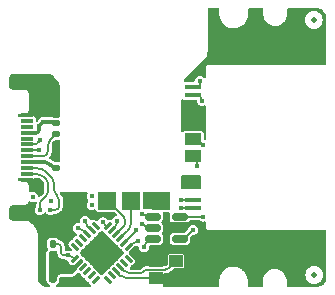
<source format=gbr>
%TF.GenerationSoftware,KiCad,Pcbnew,8.0.8*%
%TF.CreationDate,2025-02-21T00:18:54+11:00*%
%TF.ProjectId,FrameworkDongleHiderRetrofit,4672616d-6577-46f7-926b-446f6e676c65,rev?*%
%TF.SameCoordinates,Original*%
%TF.FileFunction,Copper,L1,Top*%
%TF.FilePolarity,Positive*%
%FSLAX46Y46*%
G04 Gerber Fmt 4.6, Leading zero omitted, Abs format (unit mm)*
G04 Created by KiCad (PCBNEW 8.0.8) date 2025-02-21 00:18:54*
%MOMM*%
%LPD*%
G01*
G04 APERTURE LIST*
G04 Aperture macros list*
%AMRoundRect*
0 Rectangle with rounded corners*
0 $1 Rounding radius*
0 $2 $3 $4 $5 $6 $7 $8 $9 X,Y pos of 4 corners*
0 Add a 4 corners polygon primitive as box body*
4,1,4,$2,$3,$4,$5,$6,$7,$8,$9,$2,$3,0*
0 Add four circle primitives for the rounded corners*
1,1,$1+$1,$2,$3*
1,1,$1+$1,$4,$5*
1,1,$1+$1,$6,$7*
1,1,$1+$1,$8,$9*
0 Add four rect primitives between the rounded corners*
20,1,$1+$1,$2,$3,$4,$5,0*
20,1,$1+$1,$4,$5,$6,$7,0*
20,1,$1+$1,$6,$7,$8,$9,0*
20,1,$1+$1,$8,$9,$2,$3,0*%
%AMRotRect*
0 Rectangle, with rotation*
0 The origin of the aperture is its center*
0 $1 length*
0 $2 width*
0 $3 Rotation angle, in degrees counterclockwise*
0 Add horizontal line*
21,1,$1,$2,0,0,$3*%
G04 Aperture macros list end*
%TA.AperFunction,SMDPad,CuDef*%
%ADD10RoundRect,0.140000X0.140000X0.170000X-0.140000X0.170000X-0.140000X-0.170000X0.140000X-0.170000X0*%
%TD*%
%TA.AperFunction,SMDPad,CuDef*%
%ADD11RoundRect,0.140000X0.170000X-0.140000X0.170000X0.140000X-0.170000X0.140000X-0.170000X-0.140000X0*%
%TD*%
%TA.AperFunction,SMDPad,CuDef*%
%ADD12R,1.150000X1.000000*%
%TD*%
%TA.AperFunction,SMDPad,CuDef*%
%ADD13R,1.500000X1.500000*%
%TD*%
%TA.AperFunction,SMDPad,CuDef*%
%ADD14RoundRect,0.150000X0.512500X0.150000X-0.512500X0.150000X-0.512500X-0.150000X0.512500X-0.150000X0*%
%TD*%
%TA.AperFunction,SMDPad,CuDef*%
%ADD15RoundRect,0.062500X0.291682X-0.203293X-0.203293X0.291682X-0.291682X0.203293X0.203293X-0.291682X0*%
%TD*%
%TA.AperFunction,SMDPad,CuDef*%
%ADD16RoundRect,0.062500X0.291682X0.203293X0.203293X0.291682X-0.291682X-0.203293X-0.203293X-0.291682X0*%
%TD*%
%TA.AperFunction,HeatsinkPad*%
%ADD17RotRect,2.700000X2.700000X135.000000*%
%TD*%
%TA.AperFunction,SMDPad,CuDef*%
%ADD18R,1.000000X0.380000*%
%TD*%
%TA.AperFunction,SMDPad,CuDef*%
%ADD19R,1.150000X0.700000*%
%TD*%
%TA.AperFunction,SMDPad,CuDef*%
%ADD20C,0.500000*%
%TD*%
%TA.AperFunction,SMDPad,CuDef*%
%ADD21R,1.400000X1.000000*%
%TD*%
%TA.AperFunction,SMDPad,CuDef*%
%ADD22R,1.400000X0.450000*%
%TD*%
%TA.AperFunction,SMDPad,CuDef*%
%ADD23R,1.400000X0.455000*%
%TD*%
%TA.AperFunction,ComponentPad*%
%ADD24O,2.500000X1.300000*%
%TD*%
%TA.AperFunction,SMDPad,CuDef*%
%ADD25RoundRect,0.135000X-0.185000X0.135000X-0.185000X-0.135000X0.185000X-0.135000X0.185000X0.135000X0*%
%TD*%
%TA.AperFunction,ViaPad*%
%ADD26C,0.450000*%
%TD*%
%TA.AperFunction,Conductor*%
%ADD27C,0.380000*%
%TD*%
%TA.AperFunction,Conductor*%
%ADD28C,0.200000*%
%TD*%
%TA.AperFunction,Conductor*%
%ADD29C,0.600000*%
%TD*%
G04 APERTURE END LIST*
D10*
%TO.P,C6,1*%
%TO.N,Net-(U1-VDD33)*%
X139457500Y-110860000D03*
%TO.P,C6,2*%
%TO.N,GND*%
X138497500Y-110860000D03*
%TD*%
D11*
%TO.P,C2,1*%
%TO.N,VBUS*%
X139717500Y-99710000D03*
%TO.P,C2,2*%
%TO.N,GND*%
X139717500Y-98750000D03*
%TD*%
D10*
%TO.P,C5,1*%
%TO.N,VBUS*%
X139457500Y-109890000D03*
%TO.P,C5,2*%
%TO.N,GND*%
X138497500Y-109890000D03*
%TD*%
D12*
%TO.P,Y1,1,1*%
%TO.N,Net-(U1-XI)*%
X149927500Y-111390000D03*
%TO.P,Y1,2,2*%
%TO.N,GND*%
X148177500Y-111390000D03*
%TO.P,Y1,3,3*%
%TO.N,Net-(U1-XO)*%
X148177500Y-112790000D03*
%TO.P,Y1,4,4*%
%TO.N,GND*%
X149927500Y-112790000D03*
%TD*%
D13*
%TO.P,USB1,1,Pin_1*%
%TO.N,VBUS*%
X148602500Y-106240000D03*
%TO.P,USB1,2,Pin_2*%
%TO.N,Net-(U1-DM2-)*%
X146102500Y-106240000D03*
%TO.P,USB1,3,Pin_3*%
%TO.N,Net-(U1-DP2+)*%
X144102500Y-106240000D03*
%TO.P,USB1,4,Pin_4*%
%TO.N,GND*%
X141602500Y-106240000D03*
%TD*%
D10*
%TO.P,C7,1*%
%TO.N,Net-(U1-VDD33)*%
X139457500Y-111830000D03*
%TO.P,C7,2*%
%TO.N,GND*%
X138497500Y-111830000D03*
%TD*%
D14*
%TO.P,U2,1,I/O1*%
%TO.N,Net-(J3-D-)*%
X150227500Y-109490000D03*
%TO.P,U2,2,GND*%
%TO.N,GND*%
X150227500Y-108540000D03*
%TO.P,U2,3,I/O2*%
%TO.N,Net-(J3-D+)*%
X150227500Y-107590000D03*
%TO.P,U2,4,I/O2*%
%TO.N,Net-(U1-DP1+)*%
X147952500Y-107590000D03*
%TO.P,U2,5,VBUS*%
%TO.N,VBUS*%
X147952500Y-108540000D03*
%TO.P,U2,6,I/O1*%
%TO.N,Net-(U1-DM1-)*%
X147952500Y-109490000D03*
%TD*%
D15*
%TO.P,U1,1,~{OVCUR}*%
%TO.N,unconnected-(U1-~{OVCUR}-Pad1)*%
X144127500Y-112933162D03*
%TO.P,U1,2,NC*%
%TO.N,unconnected-(U1-NC-Pad2)*%
X144481053Y-112579608D03*
%TO.P,U1,3,XO*%
%TO.N,Net-(U1-XO)*%
X144834606Y-112226055D03*
%TO.P,U1,4,XI*%
%TO.N,Net-(U1-XI)*%
X145188160Y-111872501D03*
%TO.P,U1,5,DM4-*%
%TO.N,unconnected-(U1-DM4--Pad5)*%
X145541713Y-111518948D03*
%TO.P,U1,6,DP4+*%
%TO.N,unconnected-(U1-DP4+-Pad6)*%
X145895267Y-111165395D03*
D16*
%TO.P,U1,7,DM3-*%
%TO.N,Net-(U1-DM3-)*%
X145895267Y-110157767D03*
%TO.P,U1,8,DP3+*%
%TO.N,Net-(U1-DP3+)*%
X145541713Y-109804214D03*
%TO.P,U1,9,DM2-*%
%TO.N,Net-(U1-DM2-)*%
X145188160Y-109450661D03*
%TO.P,U1,10,DP2+*%
%TO.N,Net-(U1-DP2+)*%
X144834606Y-109097107D03*
%TO.P,U1,11,DM1-*%
%TO.N,Net-(U1-DM1-)*%
X144481053Y-108743554D03*
%TO.P,U1,12,DP1+*%
%TO.N,Net-(U1-DP1+)*%
X144127500Y-108390000D03*
D15*
%TO.P,U1,13,LED3/SCL*%
%TO.N,unconnected-(U1-LED3{slash}SCL-Pad13)*%
X143119872Y-108390000D03*
%TO.P,U1,14,DMU-*%
%TO.N,Net-(P1-D-)*%
X142766319Y-108743554D03*
%TO.P,U1,15,DPU+*%
%TO.N,Net-(P1-D+)*%
X142412766Y-109097107D03*
%TO.P,U1,16,~{RESET}/CDP*%
%TO.N,unconnected-(U1-~{RESET}{slash}CDP-Pad16)*%
X142059212Y-109450661D03*
%TO.P,U1,17,NC*%
%TO.N,unconnected-(U1-NC-Pad17)*%
X141705659Y-109804214D03*
%TO.P,U1,18,PSELF*%
%TO.N,unconnected-(U1-PSELF-Pad18)*%
X141352105Y-110157767D03*
D16*
%TO.P,U1,19,V5*%
%TO.N,VBUS*%
X141352105Y-111165395D03*
%TO.P,U1,20,VDD33*%
%TO.N,Net-(U1-VDD33)*%
X141705659Y-111518948D03*
%TO.P,U1,21,LED4/SDA*%
%TO.N,unconnected-(U1-LED4{slash}SDA-Pad21)*%
X142059212Y-111872501D03*
%TO.P,U1,22,LED1*%
%TO.N,unconnected-(U1-LED1-Pad22)*%
X142412766Y-112226055D03*
%TO.P,U1,23,LED2*%
%TO.N,unconnected-(U1-LED2-Pad23)*%
X142766319Y-112579608D03*
%TO.P,U1,24,~{PWREN}*%
%TO.N,unconnected-(U1-~{PWREN}-Pad24)*%
X143119872Y-112933162D03*
D17*
%TO.P,U1,25,GND*%
%TO.N,GND*%
X143623686Y-110661581D03*
%TD*%
D18*
%TO.P,P1,A1,GND*%
%TO.N,GND*%
X137327500Y-104490000D03*
%TO.P,P1,A2,TX1+*%
%TO.N,TX+*%
X137327500Y-103990000D03*
%TO.P,P1,A3,TX1-*%
%TO.N,TX-*%
X137327500Y-103490000D03*
%TO.P,P1,A4,VBUS*%
%TO.N,VBUS*%
X137327500Y-102990000D03*
%TO.P,P1,A5,CC*%
%TO.N,Net-(P1-CC)*%
X137327500Y-102490000D03*
%TO.P,P1,A6,D+*%
%TO.N,Net-(P1-D+)*%
X137327500Y-101990000D03*
%TO.P,P1,A7,D-*%
%TO.N,Net-(P1-D-)*%
X137327500Y-101490000D03*
%TO.P,P1,A8,SBU1*%
%TO.N,unconnected-(P1-SBU1-PadA8)*%
X137327500Y-100990000D03*
%TO.P,P1,A9,VBUS*%
%TO.N,VBUS*%
X137327500Y-100490000D03*
%TO.P,P1,A10,RX2-*%
%TO.N,unconnected-(P1-RX2--PadA10)*%
X137327500Y-99990000D03*
%TO.P,P1,A11,RX2+*%
%TO.N,unconnected-(P1-RX2+-PadA11)*%
X137327500Y-99490000D03*
%TO.P,P1,A12,GND*%
%TO.N,GND*%
X137327500Y-98990000D03*
D19*
%TO.P,P1,S1,SHIELD*%
X138167500Y-105160000D03*
%TD*%
D20*
%TO.P,REF\u002A\u002A,*%
%TO.N,*%
X161577500Y-90940000D03*
%TD*%
D21*
%TO.P,J3,1,VBUS*%
%TO.N,VBUS*%
X151347500Y-104750000D03*
%TO.P,J3,2,D-*%
%TO.N,Net-(J3-D-)*%
X151347500Y-102450000D03*
%TO.P,J3,3,D+*%
%TO.N,Net-(J3-D+)*%
X151347500Y-101050000D03*
%TO.P,J3,4,GND*%
%TO.N,GND*%
X151347500Y-98750000D03*
D22*
%TO.P,J3,5,SSRX-*%
%TO.N,RX-*%
X151347500Y-96610000D03*
%TO.P,J3,6,SSRX+*%
%TO.N,RX+*%
X151347500Y-97310000D03*
%TO.P,J3,8,SSTX-*%
%TO.N,TX-*%
X151347500Y-106190000D03*
D23*
%TO.P,J3,9,SSTX+*%
%TO.N,TX+*%
X151347500Y-106877500D03*
D24*
%TO.P,J3,10,SHIELD*%
%TO.N,GND*%
X152447500Y-109700000D03*
%TO.P,J3,11,SHIELD*%
X157947500Y-109700000D03*
%TO.P,J3,12,SHIELD*%
X157947500Y-93800000D03*
%TD*%
D20*
%TO.P,REF\u002A\u002A,*%
%TO.N,*%
X161627500Y-112540000D03*
%TD*%
D25*
%TO.P,R1,1*%
%TO.N,Net-(P1-CC)*%
X139717500Y-100600000D03*
%TO.P,R1,2*%
%TO.N,GND*%
X139717500Y-101620000D03*
%TD*%
D11*
%TO.P,C1,1*%
%TO.N,VBUS*%
X139727500Y-103470000D03*
%TO.P,C1,2*%
%TO.N,GND*%
X139727500Y-102510000D03*
%TD*%
D10*
%TO.P,C8,1*%
%TO.N,Net-(U1-VDD33)*%
X139457500Y-112800000D03*
%TO.P,C8,2*%
%TO.N,GND*%
X138497500Y-112800000D03*
%TD*%
D26*
%TO.N,GND*%
X154777500Y-111390000D03*
X156227500Y-112290000D03*
X153127500Y-113090000D03*
X155677500Y-111690000D03*
X156427500Y-113090000D03*
X153327500Y-112290000D03*
X153877500Y-111690000D03*
X156227500Y-91190000D03*
X155677500Y-91790000D03*
X156427500Y-90390000D03*
X153127500Y-90390000D03*
X153327500Y-91190000D03*
X153877500Y-91790000D03*
X154777500Y-92090000D03*
X142827500Y-107390000D03*
X139727500Y-97940000D03*
%TO.N,VBUS*%
X138427500Y-102990000D03*
X150527500Y-104990000D03*
X140777500Y-110890000D03*
X150527500Y-104390000D03*
X150527500Y-104390000D03*
X147027500Y-108190000D03*
X142777500Y-106640000D03*
X142777500Y-105890000D03*
X147427500Y-106540000D03*
X150527500Y-104990000D03*
X138677500Y-99590000D03*
X138327500Y-99940000D03*
%TO.N,GND*%
X149827500Y-110390000D03*
X142827500Y-111190000D03*
X138077500Y-104540000D03*
X152477500Y-111240000D03*
X144427500Y-111190000D03*
X139737500Y-102090000D03*
X150677500Y-99690000D03*
X149127500Y-108140000D03*
X143627500Y-110490000D03*
X149127500Y-109040000D03*
X136077500Y-95840000D03*
X136777500Y-95840000D03*
X136777500Y-106940000D03*
X136077500Y-107640000D03*
X151477500Y-111240000D03*
X140427500Y-113090000D03*
X143627500Y-111890000D03*
X136077500Y-96540000D03*
X136077500Y-106940000D03*
X136777500Y-96540000D03*
X140327500Y-107990000D03*
X136777500Y-107640000D03*
X150677500Y-97960002D03*
%TO.N,RX+*%
X152127500Y-97790000D03*
X137777500Y-105940000D03*
%TO.N,Net-(P1-D+)*%
X138327500Y-101965000D03*
X141627500Y-108590000D03*
%TO.N,RX-*%
X151927500Y-96090000D03*
X139327500Y-106290000D03*
%TO.N,TX+*%
X138377500Y-107040000D03*
X150377500Y-106865000D03*
%TO.N,Net-(P1-D-)*%
X138427500Y-101090000D03*
X142227500Y-107990000D03*
%TO.N,TX-*%
X139277500Y-107040000D03*
X150377500Y-106190000D03*
%TO.N,Net-(U1-DP1+)*%
X143727500Y-108090000D03*
X147066646Y-107357107D03*
%TO.N,Net-(U1-DP3+)*%
X146561584Y-108768290D03*
%TO.N,Net-(U1-DM1-)*%
X147227500Y-110190000D03*
X144927500Y-107940000D03*
%TO.N,Net-(U1-DM3-)*%
X146677500Y-109690000D03*
%TO.N,Net-(J3-D+)*%
X152232500Y-101567377D03*
X152227500Y-107590000D03*
%TO.N,Net-(J3-D-)*%
X151727500Y-103290000D03*
X151327500Y-108740000D03*
%TD*%
D27*
%TO.N,VBUS*%
X137327500Y-100490000D02*
X138077500Y-100490000D01*
D28*
X140177500Y-110640000D02*
X140177500Y-110190000D01*
D27*
X138327500Y-99940000D02*
X138677500Y-99590000D01*
X138428545Y-102991045D02*
X138861810Y-102991045D01*
X138677500Y-99590000D02*
X139427795Y-99590000D01*
X139277500Y-103190000D02*
X139437291Y-103349791D01*
X138327500Y-100240000D02*
X138327500Y-99940000D01*
D28*
X140777500Y-110890000D02*
X140427500Y-110890000D01*
X139877500Y-109890000D02*
X139457500Y-109890000D01*
D27*
X137327500Y-102990000D02*
X138427500Y-102990000D01*
D28*
X147872474Y-108540000D02*
X147952500Y-108540000D01*
X141288284Y-111101573D02*
X141352105Y-111165395D01*
D27*
X138427500Y-102990000D02*
X138428545Y-102991045D01*
X138861810Y-102991045D02*
G75*
G02*
X139277512Y-103189988I-78710J-698255D01*
G01*
X139427795Y-99590000D02*
G75*
G02*
X139717502Y-99709998I5J-409700D01*
G01*
D28*
X147027500Y-108190000D02*
G75*
G03*
X147872474Y-108540010I845000J845000D01*
G01*
D27*
X138077500Y-100490000D02*
G75*
G03*
X138327500Y-100240000I0J250000D01*
G01*
D28*
X140427500Y-110890000D02*
G75*
G02*
X140177500Y-110640000I0J250000D01*
G01*
X140177500Y-110190000D02*
G75*
G03*
X139877500Y-109890000I-300000J0D01*
G01*
D27*
X139437291Y-103349791D02*
G75*
G03*
X139727500Y-103470005I290209J290191D01*
G01*
D28*
X140777500Y-110890000D02*
G75*
G02*
X141288292Y-111101565I0J-722400D01*
G01*
D29*
%TO.N,GND*%
X139737500Y-102470000D02*
X139727500Y-102470000D01*
X139737500Y-101668284D02*
X139737500Y-102470000D01*
X139717500Y-101620000D02*
X139717500Y-101632036D01*
X139717500Y-101632036D02*
X139739723Y-101654259D01*
X139739723Y-101654259D02*
G75*
G03*
X139737509Y-101668282I16177J-9741D01*
G01*
D28*
%TO.N,RX+*%
X151347500Y-97310000D02*
X151647500Y-97310000D01*
X151647500Y-97310000D02*
G75*
G02*
X152127500Y-97790000I0J-480000D01*
G01*
%TO.N,Net-(P1-D+)*%
X137327500Y-101990000D02*
X138302500Y-101990000D01*
X142412766Y-109097107D02*
X142102348Y-108786689D01*
X138302500Y-101990000D02*
G75*
G03*
X138327500Y-101965000I0J25000D01*
G01*
X142102348Y-108786689D02*
G75*
G03*
X141627500Y-108589990I-474848J-474811D01*
G01*
%TO.N,RX-*%
X151927500Y-96610000D02*
X151927500Y-96090000D01*
X151347500Y-96610000D02*
X151927500Y-96610000D01*
%TO.N,TX+*%
X150377500Y-106865000D02*
X150390000Y-106877500D01*
X139077500Y-105490000D02*
X139077500Y-104802132D01*
X138927500Y-104440000D02*
X138696955Y-104209455D01*
X138377500Y-107040000D02*
X138377500Y-106693553D01*
X138627500Y-106090000D02*
X138971434Y-105746066D01*
X150390000Y-106877500D02*
X151347500Y-106877500D01*
X138227500Y-104015000D02*
X137363713Y-104015000D01*
X138971434Y-105746066D02*
G75*
G03*
X139077509Y-105490000I-256034J256066D01*
G01*
X138696955Y-104209455D02*
G75*
G03*
X138227500Y-104014997I-469455J-469445D01*
G01*
X138377500Y-106693553D02*
G75*
G02*
X138627514Y-106090014I853600J-47D01*
G01*
X139077500Y-104802132D02*
G75*
G03*
X138927509Y-104439991I-512100J32D01*
G01*
X137363713Y-104015000D02*
G75*
G02*
X137327496Y-104000004I-13J51200D01*
G01*
%TO.N,Net-(P1-D-)*%
X137327500Y-101490000D02*
X137936079Y-101490000D01*
X142766319Y-108743554D02*
X142379341Y-108356576D01*
X138177500Y-101390000D02*
X138392144Y-101175356D01*
X142379341Y-108356576D02*
G75*
G02*
X142227495Y-107990000I366559J366576D01*
G01*
X137936079Y-101490000D02*
G75*
G03*
X138177506Y-101390006I21J341400D01*
G01*
X138392144Y-101175356D02*
G75*
G03*
X138427503Y-101090000I-85344J85356D01*
G01*
%TO.N,Net-(P1-CC)*%
X138627500Y-102490000D02*
X137327500Y-102490000D01*
X139717500Y-100600000D02*
X139289633Y-101027867D01*
X139077500Y-101540000D02*
X139077500Y-102040000D01*
X139289633Y-101027867D02*
G75*
G03*
X139077511Y-101540000I512167J-512133D01*
G01*
X139077500Y-102040000D02*
G75*
G02*
X138627500Y-102490000I-450000J0D01*
G01*
%TO.N,TX-*%
X137327500Y-103490000D02*
X138061815Y-103490000D01*
X140027500Y-106272842D02*
X140027500Y-106690000D01*
X139577500Y-104890000D02*
X139577500Y-105186447D01*
X150377500Y-106190000D02*
X151347500Y-106190000D01*
X139027500Y-103890000D02*
X139259302Y-104121802D01*
X139677500Y-107040000D02*
X139277500Y-107040000D01*
X140027500Y-106690000D02*
G75*
G02*
X139677500Y-107040000I-350000J0D01*
G01*
X139577500Y-105186447D02*
G75*
G03*
X139827514Y-105789986I853600J47D01*
G01*
X139827500Y-105790000D02*
G75*
G02*
X140027482Y-106272842I-482800J-482800D01*
G01*
X139259302Y-104121802D02*
G75*
G02*
X139577499Y-104890000I-768202J-768198D01*
G01*
X138061815Y-103490000D02*
G75*
G02*
X139027496Y-103890004I-15J-1365700D01*
G01*
%TO.N,Net-(U1-DP1+)*%
X143727500Y-108090000D02*
X144027500Y-108390000D01*
X144027500Y-108390000D02*
X144127500Y-108390000D01*
X147628899Y-107590000D02*
X147952500Y-107590000D01*
X147066646Y-107357107D02*
G75*
G03*
X147628899Y-107590014I562254J562207D01*
G01*
%TO.N,Net-(U1-DP3+)*%
X145541713Y-109804214D02*
X146550233Y-108795694D01*
X146550233Y-108795694D02*
G75*
G03*
X146561569Y-108768290I-27433J27394D01*
G01*
%TO.N,Net-(U1-XO)*%
X148177500Y-112790000D02*
X145681978Y-112790000D01*
X144834606Y-112226055D02*
X145198113Y-112589573D01*
X145681978Y-112790000D02*
G75*
G02*
X145198120Y-112589566I22J684300D01*
G01*
%TO.N,Net-(U1-DM1-)*%
X147927500Y-109490000D02*
X147952500Y-109490000D01*
X144481053Y-108743554D02*
X144674987Y-108549620D01*
X147227500Y-110190000D02*
G75*
G02*
X147927500Y-109490000I700000J0D01*
G01*
X144674987Y-108549620D02*
G75*
G03*
X144927510Y-107940000I-609587J609620D01*
G01*
%TO.N,Net-(U1-XI)*%
X147140799Y-112280938D02*
X147274066Y-112147671D01*
X145188160Y-111872501D02*
X145478083Y-112162424D01*
X146027500Y-112390000D02*
X146877500Y-112390000D01*
X149377500Y-111890000D02*
X149842144Y-111425355D01*
X147477500Y-112090000D02*
X148977500Y-112090000D01*
X149318922Y-111948578D02*
X149377500Y-111890000D01*
X149842144Y-111425355D02*
G75*
G02*
X149927500Y-111389996I85356J-85345D01*
G01*
X148977500Y-112090000D02*
G75*
G03*
X149318913Y-111948569I0J482800D01*
G01*
X146877500Y-112390000D02*
G75*
G03*
X147140807Y-112280946I0J372400D01*
G01*
X145478083Y-112162424D02*
G75*
G03*
X146027500Y-112389998I549417J549424D01*
G01*
X147274066Y-112147671D02*
G75*
G02*
X147477501Y-112090027I211334J-358029D01*
G01*
%TO.N,Net-(U1-DM3-)*%
X146140673Y-109912361D02*
X145895267Y-110157767D01*
X146677500Y-109690000D02*
G75*
G03*
X146140671Y-109912359I0J-759200D01*
G01*
%TO.N,Net-(U1-DM2-)*%
X146102500Y-106240000D02*
X146102500Y-108108925D01*
X145188160Y-109450661D02*
X145800284Y-108838537D01*
X146102500Y-108108925D02*
G75*
G02*
X145800266Y-108838519I-1031800J25D01*
G01*
%TO.N,Net-(U1-DP2+)*%
X144834606Y-109097107D02*
X145511384Y-108420329D01*
X145448607Y-107511107D02*
X144230533Y-106293033D01*
X145627500Y-108140000D02*
X145627500Y-107942992D01*
X145627500Y-107942992D02*
G75*
G03*
X145448608Y-107511106I-610800J-8D01*
G01*
X144230533Y-106293033D02*
G75*
G03*
X144102500Y-106240010I-128033J-128067D01*
G01*
X145511384Y-108420329D02*
G75*
G03*
X145627513Y-108140000I-280284J280329D01*
G01*
%TO.N,Net-(J3-D+)*%
X151715123Y-101050000D02*
X151347500Y-101050000D01*
X152232500Y-101567377D02*
X151715123Y-101050000D01*
X152210664Y-107606836D02*
X150237991Y-107606836D01*
X152227500Y-107590000D02*
X152210664Y-107606836D01*
X150237991Y-107606836D02*
G75*
G02*
X150227479Y-107590003I12709J19636D01*
G01*
%TO.N,Net-(J3-D-)*%
X151727500Y-102830000D02*
X151347500Y-102450000D01*
X151327500Y-108740000D02*
X151325342Y-108745210D01*
X151325342Y-108745210D02*
X150830198Y-109240354D01*
X151727500Y-103290000D02*
X151727500Y-102830000D01*
X150830198Y-109240354D02*
G75*
G02*
X150227500Y-109490013I-602698J602654D01*
G01*
%TD*%
%TA.AperFunction,Conductor*%
%TO.N,VBUS*%
G36*
X149320481Y-105530645D02*
G01*
X149366265Y-105583423D01*
X149377500Y-105634998D01*
X149377500Y-106866000D01*
X149357815Y-106933039D01*
X149305011Y-106978794D01*
X149253500Y-106990000D01*
X147313173Y-106990000D01*
X147256879Y-106976485D01*
X147199770Y-106947387D01*
X147182099Y-106944588D01*
X147118965Y-106914657D01*
X147082035Y-106855344D01*
X147077500Y-106822115D01*
X147077500Y-105636157D01*
X147097185Y-105569118D01*
X147149989Y-105523363D01*
X147201429Y-105512157D01*
X149253432Y-105510998D01*
X149320481Y-105530645D01*
G37*
%TD.AperFunction*%
%TD*%
%TA.AperFunction,Conductor*%
%TO.N,VBUS*%
G36*
X151986691Y-104108907D02*
G01*
X152022655Y-104158407D01*
X152027500Y-104189000D01*
X152027500Y-105191000D01*
X152008593Y-105249191D01*
X151959093Y-105285155D01*
X151928500Y-105290000D01*
X150436984Y-105290000D01*
X150378793Y-105271093D01*
X150342829Y-105221593D01*
X150337984Y-105191013D01*
X150337857Y-104189013D01*
X150356757Y-104130819D01*
X150406252Y-104094849D01*
X150436857Y-104090000D01*
X151928500Y-104090000D01*
X151986691Y-104108907D01*
G37*
%TD.AperFunction*%
%TD*%
%TA.AperFunction,Conductor*%
%TO.N,GND*%
G36*
X142387660Y-105533782D02*
G01*
X142423652Y-105583262D01*
X142423687Y-105644447D01*
X142417725Y-105658853D01*
X142367781Y-105756874D01*
X142346696Y-105889999D01*
X142346696Y-105890000D01*
X142367781Y-106023127D01*
X142367782Y-106023129D01*
X142428970Y-106143217D01*
X142428972Y-106143220D01*
X142480750Y-106194998D01*
X142508526Y-106249513D01*
X142498955Y-106309945D01*
X142480751Y-106335000D01*
X142453837Y-106361915D01*
X142428970Y-106386782D01*
X142367782Y-106506870D01*
X142367781Y-106506872D01*
X142346696Y-106639999D01*
X142346696Y-106640000D01*
X142367781Y-106773127D01*
X142367782Y-106773129D01*
X142415831Y-106867430D01*
X142428972Y-106893220D01*
X142524280Y-106988528D01*
X142644374Y-107049719D01*
X142777500Y-107070804D01*
X142910626Y-107049719D01*
X143020480Y-106993745D01*
X143080909Y-106984174D01*
X143135426Y-107011951D01*
X143162520Y-107062636D01*
X143163632Y-107068228D01*
X143163634Y-107068233D01*
X143178808Y-107090942D01*
X143207948Y-107134552D01*
X143274269Y-107178867D01*
X143318731Y-107187711D01*
X143332741Y-107190498D01*
X143332746Y-107190498D01*
X143332752Y-107190500D01*
X144662021Y-107190500D01*
X144720212Y-107209407D01*
X144732025Y-107219496D01*
X144871451Y-107358922D01*
X144899228Y-107413439D01*
X144889657Y-107473871D01*
X144846392Y-107517136D01*
X144816937Y-107526707D01*
X144794371Y-107530281D01*
X144794370Y-107530282D01*
X144674282Y-107591470D01*
X144578971Y-107686781D01*
X144523818Y-107795023D01*
X144480553Y-107838287D01*
X144420121Y-107847858D01*
X144416323Y-107847180D01*
X144330793Y-107830167D01*
X144228176Y-107850579D01*
X144228174Y-107850579D01*
X144228174Y-107850580D01*
X144228170Y-107850581D01*
X144211642Y-107861625D01*
X144152753Y-107878232D01*
X144095350Y-107857052D01*
X144076552Y-107837500D01*
X144076033Y-107836786D01*
X144076029Y-107836782D01*
X144076028Y-107836780D01*
X143980720Y-107741472D01*
X143980717Y-107741470D01*
X143860629Y-107680282D01*
X143860627Y-107680281D01*
X143727500Y-107659196D01*
X143594372Y-107680281D01*
X143594370Y-107680282D01*
X143474282Y-107741470D01*
X143378971Y-107836781D01*
X143322020Y-107948552D01*
X143278755Y-107991816D01*
X143218323Y-108001387D01*
X143163807Y-107973610D01*
X143084232Y-107894035D01*
X143019197Y-107850579D01*
X142967887Y-107840373D01*
X142916579Y-107830167D01*
X142916578Y-107830167D01*
X142813961Y-107850578D01*
X142772346Y-107878384D01*
X142713457Y-107894991D01*
X142656054Y-107873812D01*
X142629138Y-107841014D01*
X142576028Y-107736780D01*
X142480720Y-107641472D01*
X142480717Y-107641470D01*
X142360629Y-107580282D01*
X142360627Y-107580281D01*
X142227500Y-107559196D01*
X142094372Y-107580281D01*
X142094370Y-107580282D01*
X141974282Y-107641470D01*
X141878970Y-107736782D01*
X141817782Y-107856870D01*
X141817781Y-107856872D01*
X141796696Y-107989999D01*
X141796696Y-107990000D01*
X141807221Y-108056453D01*
X141797650Y-108116885D01*
X141754385Y-108160150D01*
X141693953Y-108169721D01*
X141627500Y-108159196D01*
X141494372Y-108180281D01*
X141494370Y-108180282D01*
X141374282Y-108241470D01*
X141278970Y-108336782D01*
X141217782Y-108456870D01*
X141217781Y-108456872D01*
X141196696Y-108589999D01*
X141196696Y-108590000D01*
X141217781Y-108723127D01*
X141217782Y-108723129D01*
X141268721Y-108823102D01*
X141278972Y-108843220D01*
X141374280Y-108938528D01*
X141374282Y-108938529D01*
X141486363Y-108995638D01*
X141529628Y-109038902D01*
X141539199Y-109099334D01*
X141523736Y-109138845D01*
X141519792Y-109144747D01*
X141519790Y-109144751D01*
X141512778Y-109180000D01*
X141482880Y-109233383D01*
X141434998Y-109257780D01*
X141399749Y-109264792D01*
X141399746Y-109264793D01*
X141334714Y-109308246D01*
X141334708Y-109308251D01*
X141209694Y-109433266D01*
X141166238Y-109498301D01*
X141166237Y-109498304D01*
X141159225Y-109533553D01*
X141129327Y-109586936D01*
X141081445Y-109611333D01*
X141046196Y-109618345D01*
X141046191Y-109618347D01*
X140981160Y-109661799D01*
X140981154Y-109661804D01*
X140856140Y-109786819D01*
X140812685Y-109851853D01*
X140812684Y-109851855D01*
X140793833Y-109946628D01*
X140792272Y-109954474D01*
X140812684Y-110057091D01*
X140812685Y-110057092D01*
X140812685Y-110057093D01*
X140856139Y-110122127D01*
X140856144Y-110122133D01*
X141087769Y-110353757D01*
X141115547Y-110408274D01*
X141105976Y-110468706D01*
X141062711Y-110511971D01*
X141002279Y-110521542D01*
X140972821Y-110511971D01*
X140968289Y-110509662D01*
X140910626Y-110480281D01*
X140777500Y-110459196D01*
X140644372Y-110480281D01*
X140621944Y-110491709D01*
X140561512Y-110501280D01*
X140506996Y-110473502D01*
X140479219Y-110418985D01*
X140478000Y-110403499D01*
X140478000Y-110122340D01*
X140447890Y-109990415D01*
X140447889Y-109990414D01*
X140447889Y-109990412D01*
X140389175Y-109868493D01*
X140304805Y-109762695D01*
X140199007Y-109678325D01*
X140077088Y-109619611D01*
X140077086Y-109619610D01*
X140077084Y-109619609D01*
X139955663Y-109591897D01*
X139903138Y-109560515D01*
X139887969Y-109537221D01*
X139880724Y-109521684D01*
X139795816Y-109436776D01*
X139795814Y-109436775D01*
X139795813Y-109436774D01*
X139697958Y-109391144D01*
X139686988Y-109386028D01*
X139670458Y-109383852D01*
X139637401Y-109379500D01*
X139637399Y-109379500D01*
X139277604Y-109379500D01*
X139277592Y-109379501D01*
X139228013Y-109386027D01*
X139228011Y-109386027D01*
X139119186Y-109436774D01*
X139034274Y-109521686D01*
X138983529Y-109630510D01*
X138983528Y-109630511D01*
X138977000Y-109680100D01*
X138977000Y-110099896D01*
X138977001Y-110099907D01*
X138983527Y-110149486D01*
X138983527Y-110149488D01*
X139034274Y-110258313D01*
X139034275Y-110258314D01*
X139034276Y-110258316D01*
X139058042Y-110282082D01*
X139085818Y-110336597D01*
X139076247Y-110397029D01*
X139058043Y-110422084D01*
X139041714Y-110438414D01*
X139041708Y-110438420D01*
X139041706Y-110438422D01*
X139016164Y-110469543D01*
X139016161Y-110469548D01*
X138989357Y-110509662D01*
X138970380Y-110545170D01*
X138970367Y-110545197D01*
X138951860Y-110589880D01*
X138951856Y-110589889D01*
X138940167Y-110628421D01*
X138940165Y-110628432D01*
X138928330Y-110687933D01*
X138925375Y-110707853D01*
X138925372Y-110707874D01*
X138923037Y-110731583D01*
X138922990Y-110732064D01*
X138922000Y-110752210D01*
X138922000Y-112927789D01*
X138922214Y-112932137D01*
X138922990Y-112947939D01*
X138925372Y-112972124D01*
X138925375Y-112972145D01*
X138928330Y-112992065D01*
X138940166Y-113051572D01*
X138951858Y-113090115D01*
X138970368Y-113134805D01*
X138970375Y-113134821D01*
X138989361Y-113170342D01*
X139011733Y-113203825D01*
X139016155Y-113210442D01*
X139041712Y-113241582D01*
X139075917Y-113275787D01*
X139075922Y-113275791D01*
X139075924Y-113275793D01*
X139107053Y-113301341D01*
X139107059Y-113301345D01*
X139147154Y-113328135D01*
X139182679Y-113347124D01*
X139187295Y-113349036D01*
X139233820Y-113388773D01*
X139248103Y-113448268D01*
X139224688Y-113504796D01*
X139172518Y-113536765D01*
X139149408Y-113539500D01*
X139036693Y-113539500D01*
X139034618Y-113539299D01*
X138991008Y-113539481D01*
X138981872Y-113539097D01*
X138848982Y-113527340D01*
X138831008Y-113524057D01*
X138706983Y-113489322D01*
X138689920Y-113482792D01*
X138574389Y-113425858D01*
X138558814Y-113416303D01*
X138545370Y-113406237D01*
X138455714Y-113339107D01*
X138442164Y-113326855D01*
X138355000Y-113232021D01*
X138343938Y-113217495D01*
X138275688Y-113108261D01*
X138267478Y-113091939D01*
X138262316Y-113078773D01*
X138220463Y-112972022D01*
X138215396Y-112954482D01*
X138191551Y-112829713D01*
X138189822Y-112813556D01*
X138189548Y-112802383D01*
X138187991Y-112738779D01*
X138187961Y-112736356D01*
X138187961Y-109149651D01*
X138187963Y-109149067D01*
X138188004Y-109142114D01*
X138188587Y-109043370D01*
X138163979Y-108889902D01*
X138157320Y-108848373D01*
X138157319Y-108848371D01*
X138157319Y-108848368D01*
X138094553Y-108661115D01*
X138001982Y-108486662D01*
X137920616Y-108380136D01*
X137882112Y-108329725D01*
X137882110Y-108329723D01*
X137882104Y-108329715D01*
X137738152Y-108194508D01*
X137738148Y-108194504D01*
X137738145Y-108194502D01*
X137581951Y-108090000D01*
X137574010Y-108084687D01*
X137394105Y-108003217D01*
X137283167Y-107973610D01*
X137203297Y-107952294D01*
X137203292Y-107952293D01*
X137203291Y-107952293D01*
X137203287Y-107952292D01*
X137203283Y-107952292D01*
X137153215Y-107947476D01*
X137140230Y-107944068D01*
X137140003Y-107945080D01*
X137130487Y-107942943D01*
X137101384Y-107942230D01*
X137094289Y-107941801D01*
X137065305Y-107938999D01*
X137055606Y-107939973D01*
X137055504Y-107938960D01*
X137042160Y-107940779D01*
X137041106Y-107940753D01*
X137029804Y-107939500D01*
X137027343Y-107939500D01*
X136991128Y-107939500D01*
X136988703Y-107939470D01*
X136950038Y-107938522D01*
X136938691Y-107939500D01*
X136136682Y-107939500D01*
X136132847Y-107939137D01*
X136093026Y-107939449D01*
X136078708Y-107938521D01*
X136014973Y-107929719D01*
X135987479Y-107921744D01*
X135935541Y-107898086D01*
X135911480Y-107882578D01*
X135874819Y-107850580D01*
X135868484Y-107845051D01*
X135849867Y-107823309D01*
X135819401Y-107775041D01*
X135807784Y-107748879D01*
X135805711Y-107741472D01*
X135792705Y-107694988D01*
X135789096Y-107671538D01*
X135788014Y-107638353D01*
X135787961Y-107635127D01*
X135787961Y-106989257D01*
X135788350Y-106985128D01*
X135788015Y-106945524D01*
X135788936Y-106931184D01*
X135789939Y-106923898D01*
X135797713Y-106867426D01*
X135805690Y-106839904D01*
X135829347Y-106787959D01*
X135844871Y-106763880D01*
X135882422Y-106720887D01*
X135904187Y-106702269D01*
X135952479Y-106671835D01*
X135978676Y-106660229D01*
X135995806Y-106655454D01*
X136032538Y-106645217D01*
X136055881Y-106641637D01*
X136086294Y-106640644D01*
X136089116Y-106640553D01*
X136092341Y-106640500D01*
X136979345Y-106640500D01*
X136982118Y-106640538D01*
X136982619Y-106640553D01*
X137037267Y-106642085D01*
X137037267Y-106642084D01*
X137037272Y-106642085D01*
X137152273Y-106618059D01*
X137258509Y-106567894D01*
X137334530Y-106506874D01*
X137350127Y-106494355D01*
X137350127Y-106494354D01*
X137350129Y-106494353D01*
X137422087Y-106401484D01*
X137439948Y-106361913D01*
X137481120Y-106316655D01*
X137541033Y-106304241D01*
X137575122Y-106314433D01*
X137644374Y-106349719D01*
X137777500Y-106370804D01*
X137910626Y-106349719D01*
X137962086Y-106323498D01*
X138022515Y-106313927D01*
X138077032Y-106341703D01*
X138104811Y-106396219D01*
X138104810Y-106427199D01*
X138077004Y-106602709D01*
X138077003Y-106602713D01*
X138077001Y-106650467D01*
X138077000Y-106650500D01*
X138077000Y-106693552D01*
X138076999Y-106697767D01*
X138058078Y-106755954D01*
X138048005Y-106767745D01*
X138028974Y-106786776D01*
X138028970Y-106786782D01*
X137967782Y-106906870D01*
X137967781Y-106906872D01*
X137946696Y-107039999D01*
X137946696Y-107040000D01*
X137967781Y-107173127D01*
X137967782Y-107173129D01*
X138028970Y-107293217D01*
X138028972Y-107293220D01*
X138124280Y-107388528D01*
X138244374Y-107449719D01*
X138377500Y-107470804D01*
X138510626Y-107449719D01*
X138630720Y-107388528D01*
X138726028Y-107293220D01*
X138739291Y-107267188D01*
X138782555Y-107223925D01*
X138842987Y-107214354D01*
X138897503Y-107242131D01*
X138915706Y-107267185D01*
X138928972Y-107293220D01*
X139024280Y-107388528D01*
X139144374Y-107449719D01*
X139277500Y-107470804D01*
X139410626Y-107449719D01*
X139530720Y-107388528D01*
X139549753Y-107369494D01*
X139604268Y-107341719D01*
X139619755Y-107340500D01*
X139750793Y-107340500D01*
X139750794Y-107340500D01*
X139893706Y-107307881D01*
X140025777Y-107244279D01*
X140140383Y-107152883D01*
X140231779Y-107038277D01*
X140295381Y-106906206D01*
X140328000Y-106763294D01*
X140328000Y-106690000D01*
X140328000Y-106642405D01*
X140328000Y-106233280D01*
X140328000Y-106226715D01*
X140327984Y-106226491D01*
X140327987Y-106195468D01*
X140303781Y-106042589D01*
X140255955Y-105895379D01*
X140246853Y-105877514D01*
X140185686Y-105757459D01*
X140123593Y-105671994D01*
X140104686Y-105613803D01*
X140123594Y-105555612D01*
X140173094Y-105519649D01*
X140210172Y-105517467D01*
X140210172Y-105516107D01*
X140258849Y-105516079D01*
X140258909Y-105516079D01*
X140299608Y-105516079D01*
X140309628Y-105516079D01*
X140309911Y-105516049D01*
X142329460Y-105514908D01*
X142387660Y-105533782D01*
G37*
%TD.AperFunction*%
%TA.AperFunction,Conductor*%
G36*
X141658903Y-112345957D02*
G01*
X141683962Y-112364163D01*
X141688264Y-112368465D01*
X141753301Y-112411922D01*
X141780842Y-112417400D01*
X141788548Y-112418933D01*
X141841932Y-112448829D01*
X141866332Y-112496714D01*
X141873344Y-112531963D01*
X141873346Y-112531968D01*
X141907060Y-112582425D01*
X141916801Y-112597003D01*
X142041818Y-112722019D01*
X142106855Y-112765476D01*
X142138788Y-112771827D01*
X142142102Y-112772487D01*
X142195486Y-112802383D01*
X142219885Y-112850267D01*
X142226898Y-112885519D01*
X142226899Y-112885520D01*
X142226899Y-112885521D01*
X142268623Y-112947966D01*
X142270354Y-112950556D01*
X142395371Y-113075572D01*
X142460408Y-113119029D01*
X142482385Y-113123400D01*
X142495654Y-113126040D01*
X142549039Y-113155936D01*
X142573438Y-113203821D01*
X142580450Y-113239070D01*
X142580452Y-113239075D01*
X142622063Y-113301350D01*
X142623907Y-113304110D01*
X142685435Y-113365638D01*
X142690294Y-113370496D01*
X142718072Y-113425012D01*
X142708501Y-113485444D01*
X142665237Y-113528709D01*
X142620291Y-113539500D01*
X139805590Y-113539500D01*
X139747399Y-113520593D01*
X139711435Y-113471093D01*
X139711435Y-113409907D01*
X139747399Y-113360407D01*
X139767700Y-113349037D01*
X139772320Y-113347124D01*
X139807854Y-113328131D01*
X139813650Y-113324258D01*
X139847933Y-113301350D01*
X139847935Y-113301348D01*
X139847940Y-113301345D01*
X139879077Y-113275792D01*
X139913289Y-113241581D01*
X139938849Y-113210436D01*
X139965635Y-113170347D01*
X139984624Y-113134820D01*
X140003138Y-113090123D01*
X140014832Y-113051575D01*
X140026668Y-112992075D01*
X140029076Y-112975841D01*
X140029626Y-112972136D01*
X140029626Y-112972134D01*
X140029637Y-112972028D01*
X140032010Y-112947933D01*
X140033000Y-112927789D01*
X140033000Y-112823537D01*
X140034900Y-112804233D01*
X140036263Y-112797380D01*
X140051043Y-112761696D01*
X140054524Y-112756486D01*
X140054929Y-112755879D01*
X140067237Y-112740879D01*
X140078382Y-112729734D01*
X140093384Y-112717425D01*
X140099193Y-112713544D01*
X140134883Y-112698763D01*
X140136533Y-112698435D01*
X140141734Y-112697401D01*
X140161040Y-112695500D01*
X141011722Y-112695500D01*
X141011736Y-112695500D01*
X141031883Y-112694510D01*
X141056072Y-112692127D01*
X141076017Y-112689168D01*
X141101369Y-112684125D01*
X141101368Y-112684124D01*
X141114302Y-112681551D01*
X141135519Y-112677332D01*
X141135525Y-112677330D01*
X141145676Y-112675311D01*
X141150815Y-112672692D01*
X141174069Y-112665638D01*
X141218766Y-112647124D01*
X141254308Y-112628125D01*
X141262510Y-112622644D01*
X141304735Y-112594431D01*
X141304759Y-112594412D01*
X141304768Y-112594407D01*
X141320924Y-112582425D01*
X141320928Y-112582421D01*
X141320937Y-112582415D01*
X141339726Y-112566995D01*
X141354667Y-112553452D01*
X141543956Y-112364162D01*
X141598471Y-112336386D01*
X141658903Y-112345957D01*
G37*
%TD.AperFunction*%
%TA.AperFunction,Conductor*%
G36*
X149336583Y-107205582D02*
G01*
X149377633Y-107250953D01*
X149384175Y-107311787D01*
X149376232Y-107334914D01*
X149374427Y-107338604D01*
X149371467Y-107358922D01*
X149364500Y-107406740D01*
X149364500Y-107773260D01*
X149368855Y-107803148D01*
X149374427Y-107841395D01*
X149423206Y-107941172D01*
X149425802Y-107946483D01*
X149508517Y-108029198D01*
X149562159Y-108055422D01*
X149613604Y-108080572D01*
X149613605Y-108080572D01*
X149613607Y-108080573D01*
X149681740Y-108090500D01*
X149681743Y-108090500D01*
X150773257Y-108090500D01*
X150773260Y-108090500D01*
X150841393Y-108080573D01*
X150946483Y-108029198D01*
X151029198Y-107946483D01*
X151029199Y-107946480D01*
X151034998Y-107940682D01*
X151036499Y-107942183D01*
X151076740Y-107912437D01*
X151108108Y-107907336D01*
X151902081Y-107907336D01*
X151960272Y-107926243D01*
X151972078Y-107936326D01*
X151974280Y-107938528D01*
X151974282Y-107938529D01*
X152078863Y-107991816D01*
X152094374Y-107999719D01*
X152227500Y-108020804D01*
X152342515Y-108002587D01*
X152402944Y-108012158D01*
X152446209Y-108055422D01*
X152457000Y-108100368D01*
X152457000Y-108539901D01*
X152456960Y-108579686D01*
X152456998Y-108579878D01*
X152457000Y-108579882D01*
X152472289Y-108616795D01*
X152472308Y-108616890D01*
X152472326Y-108616883D01*
X152487414Y-108653409D01*
X152487474Y-108653500D01*
X152487520Y-108653569D01*
X152487523Y-108653572D01*
X152487524Y-108653574D01*
X152515839Y-108681889D01*
X152515840Y-108681890D01*
X152515823Y-108681906D01*
X152515906Y-108681956D01*
X152543759Y-108709864D01*
X152543760Y-108709864D01*
X152543763Y-108709867D01*
X152543923Y-108709974D01*
X152543924Y-108709974D01*
X152543926Y-108709976D01*
X152580688Y-108725203D01*
X152617421Y-108740461D01*
X152617427Y-108740461D01*
X152617616Y-108740499D01*
X152617618Y-108740500D01*
X152617620Y-108740500D01*
X152657124Y-108740500D01*
X162538093Y-108750205D01*
X162596263Y-108769170D01*
X162632179Y-108818705D01*
X162636994Y-108849207D01*
X162636927Y-112691000D01*
X162636751Y-112692829D01*
X162636925Y-112732625D01*
X162636926Y-112733056D01*
X162636926Y-112737132D01*
X162636543Y-112745836D01*
X162624830Y-112878547D01*
X162621549Y-112896527D01*
X162586834Y-113020558D01*
X162580305Y-113037627D01*
X162523380Y-113153171D01*
X162513825Y-113168748D01*
X162436634Y-113271858D01*
X162424378Y-113285416D01*
X162329545Y-113372583D01*
X162315005Y-113383655D01*
X162205771Y-113451902D01*
X162189445Y-113460114D01*
X162069521Y-113507123D01*
X162051963Y-113512193D01*
X161927881Y-113535891D01*
X161911735Y-113537619D01*
X161838778Y-113539407D01*
X161836226Y-113539470D01*
X161833802Y-113539500D01*
X159386961Y-113539500D01*
X159328770Y-113520593D01*
X159292806Y-113471093D01*
X159287961Y-113440500D01*
X159287961Y-113079668D01*
X159288003Y-113079538D01*
X159288022Y-113038587D01*
X159288067Y-112943418D01*
X159252224Y-112756486D01*
X159181822Y-112579646D01*
X159156501Y-112539995D01*
X160872251Y-112539995D01*
X160872251Y-112540004D01*
X160891185Y-112708053D01*
X160891188Y-112708065D01*
X160947044Y-112867690D01*
X160947044Y-112867691D01*
X161028565Y-112997430D01*
X161037023Y-113010890D01*
X161156610Y-113130477D01*
X161156612Y-113130478D01*
X161156613Y-113130479D01*
X161295089Y-113217490D01*
X161299810Y-113220456D01*
X161353006Y-113239070D01*
X161459434Y-113276311D01*
X161459438Y-113276312D01*
X161459441Y-113276313D01*
X161459442Y-113276313D01*
X161459446Y-113276314D01*
X161627496Y-113295249D01*
X161627500Y-113295249D01*
X161627504Y-113295249D01*
X161795553Y-113276314D01*
X161795555Y-113276313D01*
X161795559Y-113276313D01*
X161955190Y-113220456D01*
X162098390Y-113130477D01*
X162217977Y-113010890D01*
X162307956Y-112867690D01*
X162363813Y-112708059D01*
X162364421Y-112702663D01*
X162382749Y-112540004D01*
X162382749Y-112539995D01*
X162363814Y-112371946D01*
X162363811Y-112371934D01*
X162339111Y-112301347D01*
X162307956Y-112212310D01*
X162305664Y-112208663D01*
X162217979Y-112069113D01*
X162217978Y-112069112D01*
X162217977Y-112069110D01*
X162098390Y-111949523D01*
X162098387Y-111949521D01*
X162098386Y-111949520D01*
X161955191Y-111859544D01*
X161795565Y-111803688D01*
X161795553Y-111803685D01*
X161627504Y-111784751D01*
X161627496Y-111784751D01*
X161459446Y-111803685D01*
X161459434Y-111803688D01*
X161299809Y-111859544D01*
X161299808Y-111859544D01*
X161156613Y-111949520D01*
X161037020Y-112069113D01*
X160947044Y-112212308D01*
X160947044Y-112212309D01*
X160891188Y-112371934D01*
X160891185Y-112371946D01*
X160872251Y-112539995D01*
X159156501Y-112539995D01*
X159079380Y-112419228D01*
X159067331Y-112406494D01*
X158948575Y-112280980D01*
X158948567Y-112280973D01*
X158948563Y-112280969D01*
X158837409Y-112201006D01*
X158794051Y-112169815D01*
X158794043Y-112169811D01*
X158621377Y-112089748D01*
X158621372Y-112089746D01*
X158436711Y-112043625D01*
X158294172Y-112035732D01*
X158246661Y-112033102D01*
X158246660Y-112033102D01*
X158058035Y-112058552D01*
X157877571Y-112119069D01*
X157877564Y-112119072D01*
X157731357Y-112201428D01*
X157711732Y-112212483D01*
X157615591Y-112293860D01*
X157566445Y-112335459D01*
X157446925Y-112483579D01*
X157357428Y-112651567D01*
X157301165Y-112833398D01*
X157295845Y-112881497D01*
X157292176Y-112894998D01*
X157292840Y-112895150D01*
X157290671Y-112904652D01*
X157289901Y-112932137D01*
X157289335Y-112940289D01*
X157286299Y-112967625D01*
X157287134Y-112977343D01*
X157284601Y-112977560D01*
X157285151Y-112990371D01*
X157286961Y-112990371D01*
X157286961Y-113035805D01*
X157286922Y-113038576D01*
X157285877Y-113075874D01*
X157286961Y-113088715D01*
X157286961Y-113440500D01*
X157268054Y-113498691D01*
X157218554Y-113534655D01*
X157187961Y-113539500D01*
X156086961Y-113539500D01*
X156028770Y-113520593D01*
X155992806Y-113471093D01*
X155987961Y-113440500D01*
X155987961Y-113088802D01*
X155988054Y-113087853D01*
X155988054Y-113079793D01*
X155988104Y-113079638D01*
X155988085Y-113079638D01*
X155988131Y-113038665D01*
X155988132Y-113038665D01*
X155988253Y-112931904D01*
X155956836Y-112756489D01*
X155950611Y-112721731D01*
X155949018Y-112717425D01*
X155876508Y-112521476D01*
X155876505Y-112521472D01*
X155876505Y-112521470D01*
X155768272Y-112337426D01*
X155768271Y-112337424D01*
X155685317Y-112240680D01*
X155629281Y-112175329D01*
X155611800Y-112161054D01*
X155524479Y-112089746D01*
X155463897Y-112040274D01*
X155463895Y-112040273D01*
X155463894Y-112040272D01*
X155463893Y-112040271D01*
X155277301Y-111936487D01*
X155277296Y-111936484D01*
X155075322Y-111867212D01*
X154864307Y-111834629D01*
X154864304Y-111834629D01*
X154784256Y-111836549D01*
X154650838Y-111839750D01*
X154441628Y-111882416D01*
X154441627Y-111882417D01*
X154243208Y-111961295D01*
X154243206Y-111961296D01*
X154061803Y-112073911D01*
X153903089Y-112216739D01*
X153772028Y-112385318D01*
X153672741Y-112574350D01*
X153608328Y-112777922D01*
X153608327Y-112777927D01*
X153580808Y-112989654D01*
X153580808Y-112989655D01*
X153580808Y-112989660D01*
X153580808Y-112989663D01*
X153582326Y-113020558D01*
X153585711Y-113089436D01*
X153585830Y-113094115D01*
X153586457Y-113440321D01*
X153567655Y-113498546D01*
X153518220Y-113534599D01*
X153487457Y-113539500D01*
X148886353Y-113539500D01*
X148828162Y-113520593D01*
X148792198Y-113471093D01*
X148792198Y-113409907D01*
X148820147Y-113371438D01*
X148818061Y-113369352D01*
X148824950Y-113362461D01*
X148824957Y-113362457D01*
X148847169Y-113329213D01*
X148853000Y-113299899D01*
X148852999Y-112489511D01*
X148871906Y-112431321D01*
X148921406Y-112395357D01*
X148951998Y-112390512D01*
X148977500Y-112390511D01*
X148977500Y-112390512D01*
X149054656Y-112390511D01*
X149206002Y-112360404D01*
X149348565Y-112301347D01*
X149476867Y-112215610D01*
X149531418Y-112161052D01*
X149531421Y-112161051D01*
X149617960Y-112074511D01*
X149617960Y-112074510D01*
X149672975Y-112019495D01*
X149727492Y-111991718D01*
X149742979Y-111990499D01*
X150512399Y-111990499D01*
X150518229Y-111989339D01*
X150541713Y-111984669D01*
X150574957Y-111962457D01*
X150597169Y-111929213D01*
X150603000Y-111899899D01*
X150602999Y-110880102D01*
X150597169Y-110850787D01*
X150574957Y-110817543D01*
X150541713Y-110795331D01*
X150541712Y-110795330D01*
X150541711Y-110795330D01*
X150512399Y-110789500D01*
X149342601Y-110789500D01*
X149313285Y-110795331D01*
X149280047Y-110817539D01*
X149280042Y-110817544D01*
X149257830Y-110850788D01*
X149252000Y-110880098D01*
X149252000Y-111549521D01*
X149233093Y-111607712D01*
X149223005Y-111619523D01*
X149192991Y-111649538D01*
X149192988Y-111649541D01*
X149144385Y-111698142D01*
X149144340Y-111698182D01*
X149111012Y-111731515D01*
X149101276Y-111740055D01*
X149079005Y-111757146D01*
X149056622Y-111770070D01*
X149036731Y-111778310D01*
X149011767Y-111785000D01*
X148993586Y-111787394D01*
X148984022Y-111788653D01*
X148971101Y-111789500D01*
X147532339Y-111789500D01*
X147519901Y-111788639D01*
X147475580Y-111789482D01*
X147473700Y-111789500D01*
X147437937Y-111789500D01*
X147436684Y-111789665D01*
X147425727Y-111790492D01*
X147410270Y-111790799D01*
X147324314Y-111807366D01*
X147289422Y-111814092D01*
X147174329Y-111857654D01*
X147123163Y-111887801D01*
X147122410Y-111888240D01*
X147087346Y-111908485D01*
X147081994Y-111912098D01*
X147080335Y-111913077D01*
X147080329Y-111913081D01*
X147057014Y-111939482D01*
X147052814Y-111943950D01*
X146936263Y-112060503D01*
X146881747Y-112088281D01*
X146866259Y-112089500D01*
X146077081Y-112089500D01*
X146018890Y-112070593D01*
X145982926Y-112021093D01*
X145982926Y-111959907D01*
X146007076Y-111920497D01*
X146014496Y-111913077D01*
X146037677Y-111889896D01*
X146081134Y-111824859D01*
X146088145Y-111789612D01*
X146118041Y-111736228D01*
X146165930Y-111711827D01*
X146201178Y-111704816D01*
X146266215Y-111661360D01*
X146391231Y-111536343D01*
X146434688Y-111471306D01*
X146455100Y-111368688D01*
X146434688Y-111266071D01*
X146391232Y-111201034D01*
X146391227Y-111201028D01*
X145921782Y-110731585D01*
X145894004Y-110677068D01*
X145903575Y-110616636D01*
X145921775Y-110591583D01*
X146391231Y-110122128D01*
X146392419Y-110120349D01*
X146393186Y-110119744D01*
X146394313Y-110118372D01*
X146394614Y-110118619D01*
X146440461Y-110082469D01*
X146501599Y-110080061D01*
X146519681Y-110087138D01*
X146543972Y-110099514D01*
X146544374Y-110099719D01*
X146677500Y-110120804D01*
X146677501Y-110120804D01*
X146680258Y-110120367D01*
X146685302Y-110119568D01*
X146745734Y-110129136D01*
X146789001Y-110172399D01*
X146798574Y-110201861D01*
X146817781Y-110323127D01*
X146817782Y-110323129D01*
X146876523Y-110438414D01*
X146878972Y-110443220D01*
X146974280Y-110538528D01*
X146974282Y-110538529D01*
X147075081Y-110589889D01*
X147094374Y-110599719D01*
X147227500Y-110620804D01*
X147360626Y-110599719D01*
X147480720Y-110538528D01*
X147576028Y-110443220D01*
X147637219Y-110323126D01*
X147658304Y-110190000D01*
X147644839Y-110104985D01*
X147654410Y-110044555D01*
X147697675Y-110001291D01*
X147742620Y-109990500D01*
X148498257Y-109990500D01*
X148498260Y-109990500D01*
X148566393Y-109980573D01*
X148671483Y-109929198D01*
X148754198Y-109846483D01*
X148805573Y-109741393D01*
X148815500Y-109673260D01*
X148815500Y-109306740D01*
X149364500Y-109306740D01*
X149364500Y-109673260D01*
X149365497Y-109680100D01*
X149374427Y-109741395D01*
X149396634Y-109786819D01*
X149425802Y-109846483D01*
X149508517Y-109929198D01*
X149544161Y-109946623D01*
X149613604Y-109980572D01*
X149613605Y-109980572D01*
X149613607Y-109980573D01*
X149681740Y-109990500D01*
X149681743Y-109990500D01*
X150773257Y-109990500D01*
X150773260Y-109990500D01*
X150841393Y-109980573D01*
X150946483Y-109929198D01*
X151029198Y-109846483D01*
X151080573Y-109741393D01*
X151090500Y-109673260D01*
X151090500Y-109446029D01*
X151109407Y-109387838D01*
X151119490Y-109376032D01*
X151301450Y-109194071D01*
X151355963Y-109166295D01*
X151460626Y-109149719D01*
X151580720Y-109088528D01*
X151676028Y-108993220D01*
X151737219Y-108873126D01*
X151758304Y-108740000D01*
X151737219Y-108606874D01*
X151676028Y-108486780D01*
X151580720Y-108391472D01*
X151580717Y-108391470D01*
X151460629Y-108330282D01*
X151460627Y-108330281D01*
X151327500Y-108309196D01*
X151194372Y-108330281D01*
X151194370Y-108330282D01*
X151074282Y-108391470D01*
X150978970Y-108486782D01*
X150917782Y-108606870D01*
X150917781Y-108606872D01*
X150900055Y-108718786D01*
X150872278Y-108773301D01*
X150685078Y-108960503D01*
X150630562Y-108988281D01*
X150615074Y-108989500D01*
X149681740Y-108989500D01*
X149647673Y-108994463D01*
X149613604Y-108999427D01*
X149508518Y-109050801D01*
X149425801Y-109133518D01*
X149374427Y-109238604D01*
X149371633Y-109257780D01*
X149364500Y-109306740D01*
X148815500Y-109306740D01*
X148805573Y-109238607D01*
X148803019Y-109233383D01*
X148776922Y-109180000D01*
X148754198Y-109133517D01*
X148705682Y-109085001D01*
X148677907Y-109030487D01*
X148687478Y-108970055D01*
X148705681Y-108944999D01*
X148754198Y-108896483D01*
X148805573Y-108791393D01*
X148815500Y-108723260D01*
X148815500Y-108356740D01*
X148805573Y-108288607D01*
X148805534Y-108288528D01*
X148766077Y-108207817D01*
X148754198Y-108183517D01*
X148705682Y-108135001D01*
X148677907Y-108080487D01*
X148687478Y-108020055D01*
X148705681Y-107994999D01*
X148754198Y-107946483D01*
X148805573Y-107841393D01*
X148815500Y-107773260D01*
X148815500Y-107406740D01*
X148805573Y-107338607D01*
X148805571Y-107338602D01*
X148805267Y-107337979D01*
X148805171Y-107337307D01*
X148803303Y-107331258D01*
X148804273Y-107330958D01*
X148796697Y-107277397D01*
X148825373Y-107223347D01*
X148880341Y-107196476D01*
X148894208Y-107195500D01*
X149253498Y-107195500D01*
X149253500Y-107195500D01*
X149276704Y-107193005D01*
X149336583Y-107205582D01*
G37*
%TD.AperFunction*%
%TA.AperFunction,Conductor*%
G36*
X143668630Y-108804895D02*
G01*
X143693684Y-108823097D01*
X143756552Y-108885964D01*
X143821589Y-108929421D01*
X143843566Y-108933792D01*
X143856835Y-108936432D01*
X143910220Y-108966328D01*
X143934619Y-109014213D01*
X143941631Y-109049462D01*
X143941633Y-109049467D01*
X143974953Y-109099334D01*
X143985088Y-109114502D01*
X144110105Y-109239518D01*
X144175142Y-109282975D01*
X144197856Y-109287493D01*
X144210389Y-109289986D01*
X144263773Y-109319882D01*
X144288172Y-109367766D01*
X144295185Y-109403018D01*
X144295186Y-109403019D01*
X144295186Y-109403020D01*
X144327404Y-109451238D01*
X144338641Y-109468055D01*
X144463658Y-109593071D01*
X144528695Y-109636528D01*
X144556236Y-109642006D01*
X144563942Y-109643539D01*
X144617326Y-109673435D01*
X144641726Y-109721320D01*
X144648738Y-109756569D01*
X144648740Y-109756574D01*
X144668949Y-109786819D01*
X144692195Y-109821609D01*
X144817212Y-109946625D01*
X144882249Y-109990082D01*
X144914182Y-109996433D01*
X144917496Y-109997093D01*
X144970880Y-110026989D01*
X144995279Y-110074873D01*
X145002292Y-110110125D01*
X145002293Y-110110126D01*
X145002293Y-110110127D01*
X145028593Y-110149488D01*
X145045748Y-110175162D01*
X145170765Y-110300178D01*
X145235802Y-110343635D01*
X145271050Y-110350646D01*
X145324434Y-110380542D01*
X145348833Y-110428426D01*
X145355846Y-110463678D01*
X145355847Y-110463679D01*
X145355847Y-110463680D01*
X145386568Y-110509657D01*
X145399302Y-110528715D01*
X145460476Y-110589889D01*
X145462164Y-110591576D01*
X145489942Y-110646092D01*
X145480371Y-110706524D01*
X145462166Y-110731583D01*
X145399300Y-110794450D01*
X145355846Y-110859482D01*
X145355845Y-110859485D01*
X145348833Y-110894734D01*
X145318935Y-110948117D01*
X145271053Y-110972514D01*
X145235804Y-110979526D01*
X145235799Y-110979528D01*
X145170768Y-111022980D01*
X145170762Y-111022985D01*
X145045748Y-111148000D01*
X145002292Y-111213035D01*
X145002291Y-111213038D01*
X144995279Y-111248287D01*
X144965381Y-111301670D01*
X144917499Y-111326067D01*
X144882250Y-111333079D01*
X144882247Y-111333080D01*
X144817215Y-111376533D01*
X144817209Y-111376538D01*
X144692195Y-111501553D01*
X144648739Y-111566588D01*
X144648738Y-111566591D01*
X144641726Y-111601841D01*
X144611828Y-111655224D01*
X144563946Y-111679621D01*
X144528697Y-111686633D01*
X144528692Y-111686635D01*
X144463661Y-111730087D01*
X144463655Y-111730092D01*
X144338641Y-111855107D01*
X144295185Y-111920142D01*
X144295184Y-111920145D01*
X144288172Y-111955394D01*
X144258274Y-112008777D01*
X144210392Y-112033174D01*
X144175143Y-112040186D01*
X144175140Y-112040187D01*
X144110108Y-112083640D01*
X144110102Y-112083645D01*
X143985088Y-112208660D01*
X143941632Y-112273695D01*
X143941631Y-112273698D01*
X143934619Y-112308948D01*
X143904721Y-112362331D01*
X143856839Y-112386728D01*
X143821590Y-112393740D01*
X143821587Y-112393741D01*
X143756555Y-112437194D01*
X143756552Y-112437197D01*
X143693690Y-112500060D01*
X143639173Y-112527837D01*
X143578741Y-112518266D01*
X143553683Y-112500060D01*
X143490819Y-112437197D01*
X143490820Y-112437197D01*
X143425784Y-112393741D01*
X143425781Y-112393740D01*
X143390532Y-112386728D01*
X143337149Y-112356830D01*
X143312751Y-112308944D01*
X143305740Y-112273697D01*
X143262286Y-112208663D01*
X143262281Y-112208657D01*
X143137266Y-112083643D01*
X143137267Y-112083643D01*
X143072231Y-112040187D01*
X143072228Y-112040186D01*
X143036979Y-112033174D01*
X142983596Y-112003276D01*
X142959198Y-111955390D01*
X142952187Y-111920144D01*
X142908733Y-111855110D01*
X142908728Y-111855104D01*
X142783713Y-111730090D01*
X142783714Y-111730090D01*
X142718678Y-111686634D01*
X142718674Y-111686633D01*
X142683426Y-111679621D01*
X142630042Y-111649723D01*
X142605644Y-111601837D01*
X142598633Y-111566590D01*
X142555179Y-111501556D01*
X142555174Y-111501550D01*
X142430159Y-111376536D01*
X142430160Y-111376536D01*
X142365124Y-111333080D01*
X142365120Y-111333079D01*
X142330957Y-111326283D01*
X142277574Y-111296386D01*
X142255004Y-111256108D01*
X142251486Y-111243659D01*
X142249657Y-111236048D01*
X142245080Y-111213038D01*
X142245080Y-111213037D01*
X142216320Y-111169994D01*
X142214989Y-111167796D01*
X142214966Y-111167811D01*
X142213061Y-111164847D01*
X142213059Y-111164845D01*
X142213058Y-111164842D01*
X142212961Y-111164713D01*
X142209905Y-111160393D01*
X142201623Y-111147999D01*
X142200846Y-111147051D01*
X142192711Y-111137663D01*
X142178005Y-111118018D01*
X142106587Y-111046600D01*
X142072379Y-111019033D01*
X142028990Y-110991148D01*
X142027513Y-110990180D01*
X142011571Y-110979527D01*
X142011569Y-110979526D01*
X141985409Y-110974322D01*
X141975880Y-110971929D01*
X141966583Y-110969097D01*
X141916427Y-110934053D01*
X141898333Y-110893706D01*
X141891526Y-110859484D01*
X141848072Y-110794450D01*
X141848070Y-110794447D01*
X141785205Y-110731582D01*
X141757429Y-110677067D01*
X141767000Y-110616635D01*
X141785203Y-110591581D01*
X141848069Y-110528715D01*
X141891526Y-110463678D01*
X141898537Y-110428431D01*
X141928433Y-110375047D01*
X141976322Y-110350646D01*
X142011570Y-110343635D01*
X142076607Y-110300179D01*
X142201623Y-110175162D01*
X142245080Y-110110125D01*
X142252091Y-110074878D01*
X142281987Y-110021494D01*
X142329876Y-109997093D01*
X142342522Y-109994577D01*
X142365123Y-109990082D01*
X142430160Y-109946626D01*
X142555176Y-109821609D01*
X142598633Y-109756572D01*
X142605644Y-109721323D01*
X142635540Y-109667940D01*
X142683429Y-109643539D01*
X142718677Y-109636528D01*
X142783714Y-109593072D01*
X142908730Y-109468055D01*
X142952187Y-109403018D01*
X142959198Y-109367771D01*
X142989094Y-109314387D01*
X143036983Y-109289986D01*
X143049629Y-109287470D01*
X143072230Y-109282975D01*
X143137267Y-109239519D01*
X143262283Y-109114502D01*
X143305740Y-109049465D01*
X143312751Y-109014216D01*
X143342647Y-108960833D01*
X143390536Y-108936432D01*
X143403182Y-108933916D01*
X143425783Y-108929421D01*
X143490820Y-108885965D01*
X143553683Y-108823101D01*
X143608198Y-108795324D01*
X143668630Y-108804895D01*
G37*
%TD.AperFunction*%
%TA.AperFunction,Conductor*%
G36*
X136681964Y-104323893D02*
G01*
X136682946Y-104324549D01*
X136682948Y-104324552D01*
X136749269Y-104368867D01*
X136793731Y-104377711D01*
X136807741Y-104380498D01*
X136807746Y-104380498D01*
X136807752Y-104380500D01*
X136807753Y-104380500D01*
X137847247Y-104380500D01*
X137847248Y-104380500D01*
X137905731Y-104368867D01*
X137944727Y-104342810D01*
X137960629Y-104332185D01*
X138015631Y-104315500D01*
X138179905Y-104315500D01*
X138221011Y-104315500D01*
X138233933Y-104316347D01*
X138308635Y-104326181D01*
X138333594Y-104332869D01*
X138397162Y-104359200D01*
X138419538Y-104372119D01*
X138463963Y-104406208D01*
X138479332Y-104418001D01*
X138489066Y-104426538D01*
X138518121Y-104455593D01*
X138518123Y-104455594D01*
X138681360Y-104618831D01*
X138681361Y-104618833D01*
X138710429Y-104647902D01*
X138718966Y-104657637D01*
X138740705Y-104685968D01*
X138753629Y-104708354D01*
X138764791Y-104735305D01*
X138771479Y-104760268D01*
X138776153Y-104795783D01*
X138776999Y-104808707D01*
X138776996Y-104857659D01*
X138777000Y-104857708D01*
X138777000Y-105474520D01*
X138758093Y-105532711D01*
X138747998Y-105544529D01*
X138721036Y-105571486D01*
X138720998Y-105571529D01*
X138448670Y-105843858D01*
X138448669Y-105843860D01*
X138415014Y-105877514D01*
X138415013Y-105877514D01*
X138382813Y-105909715D01*
X138382621Y-105909932D01*
X138365419Y-105927135D01*
X138310903Y-105954914D01*
X138250471Y-105945344D01*
X138207205Y-105902081D01*
X138197632Y-105872620D01*
X138193077Y-105843860D01*
X138187219Y-105806874D01*
X138185694Y-105803882D01*
X138126029Y-105686782D01*
X138126028Y-105686780D01*
X138030720Y-105591472D01*
X138030717Y-105591470D01*
X137910629Y-105530282D01*
X137910627Y-105530281D01*
X137777500Y-105509196D01*
X137644372Y-105530281D01*
X137644370Y-105530282D01*
X137631906Y-105536633D01*
X137571474Y-105546205D01*
X137516958Y-105518428D01*
X137489180Y-105463911D01*
X137487961Y-105448424D01*
X137487961Y-105093938D01*
X137487997Y-105091271D01*
X137488113Y-105086969D01*
X137489390Y-105039592D01*
X137465282Y-104924746D01*
X137415099Y-104818668D01*
X137415097Y-104818665D01*
X137415096Y-104818663D01*
X137341605Y-104727193D01*
X137341597Y-104727184D01*
X137248820Y-104655329D01*
X137141866Y-104607047D01*
X137121608Y-104603147D01*
X137098038Y-104595446D01*
X137096167Y-104594562D01*
X137096160Y-104594560D01*
X137077353Y-104593643D01*
X137063575Y-104591997D01*
X137045079Y-104588458D01*
X137039740Y-104588497D01*
X137029922Y-104589500D01*
X136994761Y-104589500D01*
X136989942Y-104589383D01*
X136985765Y-104589179D01*
X136957391Y-104587796D01*
X136957390Y-104587796D01*
X136957386Y-104587796D01*
X136953172Y-104588423D01*
X136938612Y-104589500D01*
X136640352Y-104589500D01*
X136615074Y-104586218D01*
X136604314Y-104583376D01*
X136552882Y-104550237D01*
X136534444Y-104514996D01*
X136531810Y-104505828D01*
X136527961Y-104478491D01*
X136527961Y-104406208D01*
X136546868Y-104348017D01*
X136596368Y-104312053D01*
X136657554Y-104312053D01*
X136681964Y-104323893D01*
G37*
%TD.AperFunction*%
%TA.AperFunction,Conductor*%
G36*
X140007460Y-101080924D02*
G01*
X140049580Y-101125304D01*
X140059226Y-101167930D01*
X140059226Y-102892650D01*
X140040319Y-102950841D01*
X139990819Y-102986805D01*
X139947309Y-102990804D01*
X139939906Y-102989829D01*
X139937401Y-102989500D01*
X139937400Y-102989500D01*
X139670259Y-102989500D01*
X139612068Y-102970593D01*
X139600255Y-102960504D01*
X139598182Y-102958431D01*
X139595382Y-102955215D01*
X139592157Y-102952022D01*
X139592157Y-102952021D01*
X139581495Y-102941464D01*
X139581418Y-102941316D01*
X139551140Y-102911385D01*
X139550735Y-102910983D01*
X139514688Y-102874937D01*
X139511119Y-102871825D01*
X139487189Y-102848169D01*
X139337524Y-102742803D01*
X139292645Y-102721326D01*
X139226002Y-102689432D01*
X139181676Y-102647259D01*
X139170604Y-102587084D01*
X139197016Y-102531893D01*
X139198698Y-102530168D01*
X139210451Y-102518416D01*
X139292584Y-102395495D01*
X139349158Y-102258913D01*
X139378000Y-102113918D01*
X139378000Y-102040000D01*
X139378000Y-101992405D01*
X139378000Y-101544861D01*
X139378477Y-101535157D01*
X139380709Y-101512492D01*
X139385187Y-101467025D01*
X139388972Y-101447996D01*
X139391844Y-101438528D01*
X139407429Y-101387147D01*
X139414851Y-101369228D01*
X139444824Y-101313149D01*
X139455596Y-101297027D01*
X139498967Y-101244176D01*
X139505456Y-101237014D01*
X139513343Y-101229127D01*
X139574540Y-101167930D01*
X139642975Y-101099496D01*
X139697491Y-101071719D01*
X139712978Y-101070500D01*
X139941815Y-101070500D01*
X139941816Y-101070500D01*
X139947298Y-101069778D01*
X140007460Y-101080924D01*
G37*
%TD.AperFunction*%
%TA.AperFunction,Conductor*%
G36*
X150494059Y-97675304D02*
G01*
X150494841Y-97674135D01*
X150502948Y-97679552D01*
X150569269Y-97723867D01*
X150613731Y-97732711D01*
X150627741Y-97735498D01*
X150627746Y-97735498D01*
X150627752Y-97735500D01*
X151603510Y-97735500D01*
X151661701Y-97754407D01*
X151697665Y-97803907D01*
X151701291Y-97819013D01*
X151717781Y-97923127D01*
X151717782Y-97923129D01*
X151778970Y-98043217D01*
X151778972Y-98043220D01*
X151874280Y-98138528D01*
X151994374Y-98199719D01*
X152127500Y-98220804D01*
X152260626Y-98199719D01*
X152313055Y-98173004D01*
X152373486Y-98163433D01*
X152428003Y-98191210D01*
X152455781Y-98245726D01*
X152457000Y-98261214D01*
X152457000Y-101056216D01*
X152438093Y-101114407D01*
X152388593Y-101150371D01*
X152342506Y-101153996D01*
X152331506Y-101152253D01*
X152276992Y-101124472D01*
X152249218Y-101069953D01*
X152248000Y-101054473D01*
X152248000Y-100530253D01*
X152247998Y-100530241D01*
X152245211Y-100516231D01*
X152236367Y-100471769D01*
X152192052Y-100405448D01*
X152149407Y-100376953D01*
X152125733Y-100361134D01*
X152125731Y-100361133D01*
X152125728Y-100361132D01*
X152125727Y-100361132D01*
X152067258Y-100349501D01*
X152067248Y-100349500D01*
X150627752Y-100349500D01*
X150627751Y-100349500D01*
X150627741Y-100349501D01*
X150569272Y-100361132D01*
X150569266Y-100361134D01*
X150494841Y-100410865D01*
X150493363Y-100408654D01*
X150451840Y-100429804D01*
X150391409Y-100420224D01*
X150348151Y-100376953D01*
X150337367Y-100332037D01*
X150337040Y-97752661D01*
X150355940Y-97694470D01*
X150405435Y-97658500D01*
X150466621Y-97658493D01*
X150494059Y-97675304D01*
G37*
%TD.AperFunction*%
%TA.AperFunction,Conductor*%
G36*
X139190743Y-95541448D02*
G01*
X139194883Y-95542025D01*
X139275573Y-95553272D01*
X139294931Y-95557997D01*
X139373661Y-95585869D01*
X139391680Y-95594376D01*
X139463235Y-95637464D01*
X139479185Y-95649412D01*
X139538411Y-95703902D01*
X139543411Y-95708841D01*
X139561226Y-95727735D01*
X139563224Y-95729919D01*
X139576884Y-95745303D01*
X139582782Y-95750598D01*
X139842249Y-96025783D01*
X139845540Y-96029452D01*
X139902283Y-96095976D01*
X139911431Y-96108590D01*
X139968725Y-96202320D01*
X139975780Y-96216213D01*
X140017657Y-96317770D01*
X140022445Y-96332596D01*
X140047873Y-96439476D01*
X140050275Y-96454872D01*
X140058929Y-96568506D01*
X140059215Y-96576296D01*
X140059092Y-96620889D01*
X140059226Y-96622262D01*
X140059226Y-99133967D01*
X140040319Y-99192158D01*
X139990819Y-99228122D01*
X139947305Y-99232120D01*
X139927404Y-99229500D01*
X139927401Y-99229500D01*
X139662549Y-99229500D01*
X139631958Y-99224655D01*
X139615174Y-99219202D01*
X139615171Y-99219201D01*
X139490771Y-99199500D01*
X139490768Y-99199500D01*
X139479205Y-99199500D01*
X138872112Y-99199500D01*
X138827165Y-99188708D01*
X138810627Y-99180281D01*
X138677500Y-99159196D01*
X138544372Y-99180281D01*
X138544370Y-99180282D01*
X138424282Y-99241470D01*
X138328970Y-99336782D01*
X138284671Y-99423723D01*
X138266466Y-99448780D01*
X138197004Y-99518243D01*
X138142488Y-99546021D01*
X138082056Y-99536450D01*
X138038791Y-99493186D01*
X138028000Y-99448240D01*
X138028000Y-99280253D01*
X138027998Y-99280241D01*
X138020286Y-99241472D01*
X138016367Y-99221769D01*
X137972052Y-99155448D01*
X137972048Y-99155445D01*
X137905733Y-99111134D01*
X137905731Y-99111133D01*
X137905728Y-99111132D01*
X137905727Y-99111132D01*
X137847258Y-99099501D01*
X137847248Y-99099500D01*
X136807752Y-99099500D01*
X136807751Y-99099500D01*
X136807741Y-99099501D01*
X136749272Y-99111132D01*
X136749266Y-99111134D01*
X136681963Y-99156106D01*
X136623075Y-99172715D01*
X136565671Y-99151538D01*
X136531678Y-99100664D01*
X136527961Y-99073791D01*
X136527961Y-99038886D01*
X136528776Y-99029691D01*
X136528150Y-98997692D01*
X136530385Y-98974749D01*
X136531677Y-98968800D01*
X136562500Y-98915949D01*
X136618503Y-98891307D01*
X136623604Y-98890926D01*
X136625177Y-98890849D01*
X136629951Y-98890617D01*
X136634767Y-98890500D01*
X136979345Y-98890500D01*
X136982118Y-98890538D01*
X136984902Y-98890617D01*
X137037267Y-98892085D01*
X137037267Y-98892084D01*
X137037272Y-98892085D01*
X137152273Y-98868059D01*
X137258509Y-98817894D01*
X137350129Y-98744353D01*
X137422087Y-98651484D01*
X137470421Y-98544403D01*
X137474320Y-98524130D01*
X137482027Y-98500535D01*
X137482900Y-98498690D01*
X137483819Y-98479829D01*
X137485460Y-98466083D01*
X137489002Y-98447545D01*
X137489000Y-98447539D01*
X137488961Y-98442160D01*
X137487961Y-98432382D01*
X137487961Y-98397300D01*
X137488078Y-98392481D01*
X137488437Y-98385116D01*
X137489665Y-98359929D01*
X137489663Y-98359925D01*
X137489664Y-98359924D01*
X137489038Y-98355710D01*
X137487961Y-98341150D01*
X137487961Y-97343938D01*
X137487997Y-97341271D01*
X137488428Y-97325280D01*
X137489390Y-97289592D01*
X137465282Y-97174746D01*
X137415099Y-97068668D01*
X137415097Y-97068665D01*
X137415096Y-97068663D01*
X137341605Y-96977193D01*
X137341597Y-96977184D01*
X137248820Y-96905329D01*
X137141866Y-96857047D01*
X137121608Y-96853147D01*
X137098038Y-96845446D01*
X137096167Y-96844562D01*
X137096160Y-96844560D01*
X137077353Y-96843643D01*
X137063575Y-96841997D01*
X137045079Y-96838458D01*
X137039740Y-96838497D01*
X137029922Y-96839500D01*
X136994761Y-96839500D01*
X136989942Y-96839383D01*
X136984567Y-96839121D01*
X136957391Y-96837796D01*
X136957390Y-96837796D01*
X136957386Y-96837796D01*
X136953172Y-96838423D01*
X136938612Y-96839500D01*
X136136654Y-96839500D01*
X136132642Y-96839121D01*
X136092942Y-96839447D01*
X136078614Y-96838523D01*
X136014870Y-96829735D01*
X135987359Y-96821758D01*
X135935433Y-96798106D01*
X135911352Y-96782582D01*
X135868372Y-96745050D01*
X135849746Y-96723281D01*
X135819312Y-96675011D01*
X135807702Y-96648826D01*
X135792688Y-96595025D01*
X135789099Y-96571643D01*
X135788014Y-96538362D01*
X135787961Y-96535136D01*
X135787961Y-95889257D01*
X135788350Y-95885128D01*
X135788015Y-95845524D01*
X135788936Y-95831184D01*
X135795821Y-95781176D01*
X135797713Y-95767426D01*
X135805690Y-95739904D01*
X135829347Y-95687959D01*
X135844871Y-95663880D01*
X135882422Y-95620887D01*
X135904187Y-95602269D01*
X135952479Y-95571835D01*
X135978676Y-95560229D01*
X136003641Y-95553271D01*
X136032538Y-95545217D01*
X136055881Y-95541637D01*
X136086304Y-95540644D01*
X136089115Y-95540553D01*
X136092340Y-95540500D01*
X139177076Y-95540500D01*
X139190743Y-95541448D01*
G37*
%TD.AperFunction*%
%TA.AperFunction,Conductor*%
G36*
X153546152Y-89959407D02*
G01*
X153582116Y-90008907D01*
X153586961Y-90039500D01*
X153586961Y-90415031D01*
X153586950Y-90441320D01*
X153586949Y-90443668D01*
X153586908Y-90543198D01*
X153609908Y-90677918D01*
X153621197Y-90744046D01*
X153631011Y-90771946D01*
X153688809Y-90936259D01*
X153787813Y-91114340D01*
X153787815Y-91114344D01*
X153915383Y-91273215D01*
X153915392Y-91273224D01*
X153957029Y-91310119D01*
X154067883Y-91408349D01*
X154240953Y-91515880D01*
X154276791Y-91530477D01*
X154429649Y-91592738D01*
X154429653Y-91592739D01*
X154429656Y-91592740D01*
X154628605Y-91636735D01*
X154832120Y-91646609D01*
X155012442Y-91624743D01*
X155034387Y-91622083D01*
X155034388Y-91622082D01*
X155034394Y-91622082D01*
X155229651Y-91563852D01*
X155412319Y-91473582D01*
X155577183Y-91353848D01*
X155719536Y-91208069D01*
X155835317Y-91040406D01*
X155921219Y-90855644D01*
X155974791Y-90659057D01*
X155979949Y-90605793D01*
X155983372Y-90592777D01*
X155982379Y-90592554D01*
X155984513Y-90583045D01*
X155984517Y-90583037D01*
X155985228Y-90553999D01*
X155985663Y-90546849D01*
X155988472Y-90517960D01*
X155987504Y-90508256D01*
X155988504Y-90508156D01*
X155986678Y-90494781D01*
X155986706Y-90493635D01*
X155987961Y-90482350D01*
X155987961Y-90443668D01*
X155987991Y-90441243D01*
X155988938Y-90402580D01*
X155987961Y-90391231D01*
X155987961Y-90039500D01*
X156006868Y-89981309D01*
X156056368Y-89945345D01*
X156086961Y-89940500D01*
X157187961Y-89940500D01*
X157246152Y-89959407D01*
X157282116Y-90008907D01*
X157286961Y-90039500D01*
X157286961Y-90393548D01*
X157286960Y-90393562D01*
X157286961Y-90441416D01*
X157286961Y-90490662D01*
X157287033Y-90491403D01*
X157287024Y-90512341D01*
X157287013Y-90536578D01*
X157322854Y-90723497D01*
X157393252Y-90900322D01*
X157495688Y-91060729D01*
X157626496Y-91198976D01*
X157626497Y-91198976D01*
X157626497Y-91198977D01*
X157673880Y-91233063D01*
X157780996Y-91310119D01*
X157953662Y-91390181D01*
X158046174Y-91413285D01*
X158138309Y-91436296D01*
X158138310Y-91436296D01*
X158138314Y-91436297D01*
X158328347Y-91446818D01*
X158516961Y-91421366D01*
X158697409Y-91360853D01*
X158863234Y-91267443D01*
X159008502Y-91144480D01*
X159027065Y-91121475D01*
X159128014Y-90996367D01*
X159128015Y-90996364D01*
X159128018Y-90996361D01*
X159158046Y-90939995D01*
X160822251Y-90939995D01*
X160822251Y-90940004D01*
X160841185Y-91108053D01*
X160841188Y-91108065D01*
X160897044Y-91267690D01*
X160897044Y-91267691D01*
X160985425Y-91408347D01*
X160987023Y-91410890D01*
X161106610Y-91530477D01*
X161106612Y-91530478D01*
X161106613Y-91530479D01*
X161159725Y-91563852D01*
X161249810Y-91620456D01*
X161296333Y-91636735D01*
X161409434Y-91676311D01*
X161409438Y-91676312D01*
X161409441Y-91676313D01*
X161409442Y-91676313D01*
X161409446Y-91676314D01*
X161577496Y-91695249D01*
X161577500Y-91695249D01*
X161577504Y-91695249D01*
X161745553Y-91676314D01*
X161745555Y-91676313D01*
X161745559Y-91676313D01*
X161905190Y-91620456D01*
X162048390Y-91530477D01*
X162167977Y-91410890D01*
X162257956Y-91267690D01*
X162311614Y-91114344D01*
X162313811Y-91108065D01*
X162313814Y-91108053D01*
X162332749Y-90940004D01*
X162332749Y-90939995D01*
X162313814Y-90771946D01*
X162313811Y-90771934D01*
X162276730Y-90665963D01*
X162257956Y-90612310D01*
X162249272Y-90598490D01*
X162167979Y-90469113D01*
X162167978Y-90469112D01*
X162167977Y-90469110D01*
X162048390Y-90349523D01*
X162048387Y-90349521D01*
X162048386Y-90349520D01*
X161905191Y-90259544D01*
X161745565Y-90203688D01*
X161745553Y-90203685D01*
X161577504Y-90184751D01*
X161577496Y-90184751D01*
X161409446Y-90203685D01*
X161409434Y-90203688D01*
X161249809Y-90259544D01*
X161249808Y-90259544D01*
X161106613Y-90349520D01*
X160987020Y-90469113D01*
X160897044Y-90612308D01*
X160897044Y-90612309D01*
X160841188Y-90771934D01*
X160841185Y-90771946D01*
X160822251Y-90939995D01*
X159158046Y-90939995D01*
X159217505Y-90828386D01*
X159273760Y-90646566D01*
X159279076Y-90598488D01*
X159282747Y-90584988D01*
X159282081Y-90584836D01*
X159284249Y-90575329D01*
X159284252Y-90575323D01*
X159285021Y-90547821D01*
X159285587Y-90539669D01*
X159288623Y-90512343D01*
X159288621Y-90512338D01*
X159287788Y-90502625D01*
X159290333Y-90502406D01*
X159289786Y-90489641D01*
X159287961Y-90489641D01*
X159287961Y-90444172D01*
X159288000Y-90441402D01*
X159289043Y-90404121D01*
X159287961Y-90391289D01*
X159287961Y-90039500D01*
X159306868Y-89981309D01*
X159356368Y-89945345D01*
X159386961Y-89940500D01*
X161788233Y-89940500D01*
X161790298Y-89940699D01*
X161823667Y-89940559D01*
X161833903Y-89940517D01*
X161843036Y-89940900D01*
X161975927Y-89952658D01*
X161993882Y-89955937D01*
X162117918Y-89990669D01*
X162134974Y-89997196D01*
X162250500Y-90054118D01*
X162266065Y-90063664D01*
X162369179Y-90140852D01*
X162382723Y-90153095D01*
X162469894Y-90247908D01*
X162480964Y-90262439D01*
X162549227Y-90371648D01*
X162557439Y-90387965D01*
X162604475Y-90507856D01*
X162609549Y-90525405D01*
X162633351Y-90649780D01*
X162635086Y-90665963D01*
X162636931Y-90741250D01*
X162636961Y-90743674D01*
X162636997Y-94650499D01*
X162618090Y-94708690D01*
X162568591Y-94744654D01*
X162537997Y-94749500D01*
X152617617Y-94749500D01*
X152543928Y-94780022D01*
X152487522Y-94836428D01*
X152457000Y-94910117D01*
X152457000Y-95781176D01*
X152438093Y-95839367D01*
X152388593Y-95875331D01*
X152327407Y-95875331D01*
X152281702Y-95842124D01*
X152281537Y-95842290D01*
X152280492Y-95841245D01*
X152277907Y-95839367D01*
X152276029Y-95836782D01*
X152276028Y-95836780D01*
X152180720Y-95741472D01*
X152180717Y-95741470D01*
X152060629Y-95680282D01*
X152060627Y-95680281D01*
X151927500Y-95659196D01*
X151794372Y-95680281D01*
X151794370Y-95680282D01*
X151674282Y-95741470D01*
X151578970Y-95836782D01*
X151517782Y-95956870D01*
X151517781Y-95956872D01*
X151495477Y-96097696D01*
X151492867Y-96097282D01*
X151477789Y-96143691D01*
X151428289Y-96179655D01*
X151397696Y-96184500D01*
X150656373Y-96184500D01*
X150598182Y-96165593D01*
X150562218Y-96116093D01*
X150562218Y-96054907D01*
X150583535Y-96018451D01*
X150584091Y-96017847D01*
X150586901Y-96014916D01*
X150589904Y-96011913D01*
X150592909Y-96009034D01*
X150617594Y-95986374D01*
X150617597Y-95986366D01*
X150618949Y-95984521D01*
X150628839Y-95972978D01*
X152241137Y-94360680D01*
X152241157Y-94360700D01*
X152241264Y-94360553D01*
X152298348Y-94303683D01*
X152410070Y-94150517D01*
X152496456Y-93981760D01*
X152555380Y-93801568D01*
X152585392Y-93614376D01*
X152585494Y-93560534D01*
X152585496Y-93560529D01*
X152585573Y-93519585D01*
X152585648Y-93479704D01*
X152585647Y-93479701D01*
X152585662Y-93471775D01*
X152585346Y-93468525D01*
X152585346Y-90039500D01*
X152604253Y-89981309D01*
X152653753Y-89945345D01*
X152684346Y-89940500D01*
X153487961Y-89940500D01*
X153546152Y-89959407D01*
G37*
%TD.AperFunction*%
%TD*%
%TA.AperFunction,Conductor*%
%TO.N,Net-(U1-VDD33)*%
G36*
X139820039Y-110509685D02*
G01*
X139865794Y-110562489D01*
X139877000Y-110614000D01*
X139877000Y-110702027D01*
X139904606Y-110822973D01*
X139958429Y-110934737D01*
X140035775Y-111031725D01*
X140132763Y-111109071D01*
X140195315Y-111139194D01*
X140244526Y-111162893D01*
X140244528Y-111162893D01*
X140244531Y-111162895D01*
X140365474Y-111190500D01*
X140387938Y-111190500D01*
X140424889Y-111190500D01*
X140491928Y-111210185D01*
X140512570Y-111226819D01*
X140524274Y-111238523D01*
X140524278Y-111238526D01*
X140524280Y-111238528D01*
X140644374Y-111299719D01*
X140697559Y-111308142D01*
X140760691Y-111338070D01*
X140797623Y-111397381D01*
X140799777Y-111406423D01*
X140812683Y-111471306D01*
X140856138Y-111536341D01*
X140981158Y-111661360D01*
X141046194Y-111704816D01*
X141046195Y-111704817D01*
X141148810Y-111725228D01*
X141148812Y-111725228D01*
X141148814Y-111725228D01*
X141251424Y-111704817D01*
X141251424Y-111704816D01*
X141251429Y-111704816D01*
X141316466Y-111661360D01*
X141785915Y-111191909D01*
X141847238Y-111158425D01*
X141916929Y-111163409D01*
X141961277Y-111191910D01*
X142032695Y-111263328D01*
X142066180Y-111324651D01*
X142061196Y-111394343D01*
X142032695Y-111438690D01*
X141563254Y-111908132D01*
X141563248Y-111908140D01*
X141519790Y-111973176D01*
X141519789Y-111973178D01*
X141496996Y-112087772D01*
X141493417Y-112087060D01*
X141479694Y-112133797D01*
X141463060Y-112154439D01*
X141209357Y-112408142D01*
X141190568Y-112423562D01*
X141148343Y-112451775D01*
X141140125Y-112457267D01*
X141095428Y-112475781D01*
X141061277Y-112482574D01*
X141035925Y-112487617D01*
X141011736Y-112490000D01*
X140131050Y-112490000D01*
X140035385Y-112509028D01*
X140035385Y-112509029D01*
X140035383Y-112509029D01*
X140035383Y-112509030D01*
X140015038Y-112522623D01*
X139954274Y-112563224D01*
X139900724Y-112616774D01*
X139846529Y-112697885D01*
X139846528Y-112697885D01*
X139827500Y-112793548D01*
X139827500Y-112927789D01*
X139825117Y-112951982D01*
X139813281Y-113011482D01*
X139794767Y-113056179D01*
X139767981Y-113096268D01*
X139733769Y-113130479D01*
X139699475Y-113153394D01*
X139693679Y-113157267D01*
X139648982Y-113175781D01*
X139615357Y-113182469D01*
X139589478Y-113187617D01*
X139565289Y-113190000D01*
X139389711Y-113190000D01*
X139365520Y-113187617D01*
X139350689Y-113184667D01*
X139306018Y-113175781D01*
X139261322Y-113157267D01*
X139221227Y-113130477D01*
X139187022Y-113096272D01*
X139160230Y-113056175D01*
X139141718Y-113011480D01*
X139129883Y-112951980D01*
X139127500Y-112927789D01*
X139127500Y-110752210D01*
X139129883Y-110728019D01*
X139141718Y-110668519D01*
X139160229Y-110623826D01*
X139187024Y-110583724D01*
X139221224Y-110549524D01*
X139261326Y-110522729D01*
X139306014Y-110504219D01*
X139365528Y-110492381D01*
X139389711Y-110490000D01*
X139753000Y-110490000D01*
X139820039Y-110509685D01*
G37*
%TD.AperFunction*%
%TD*%
M02*

</source>
